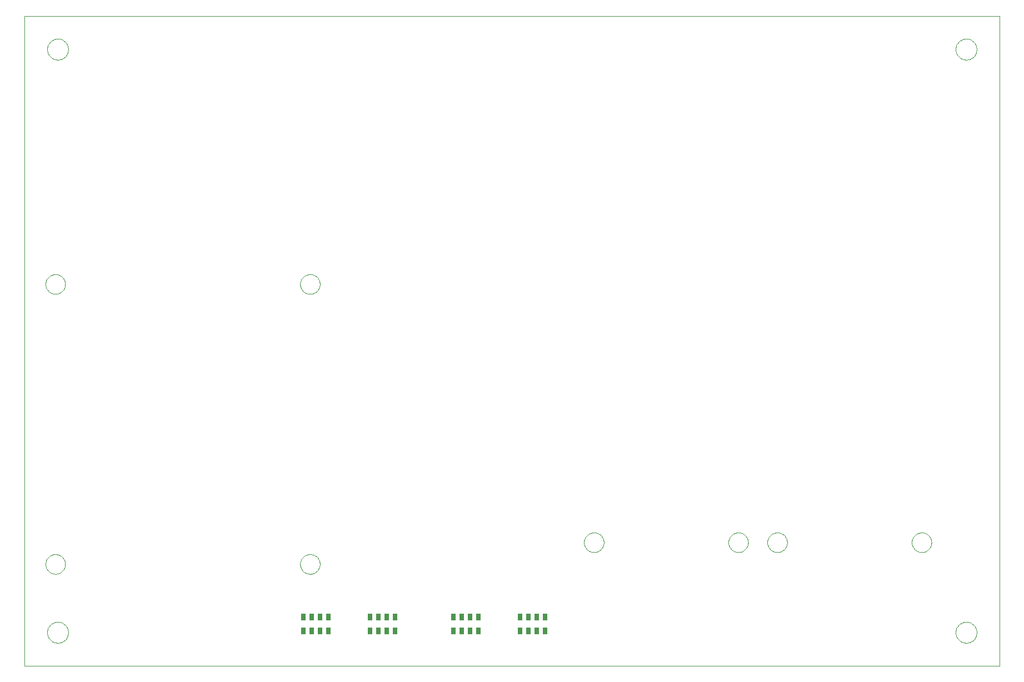
<source format=gbp>
G75*
G70*
%OFA0B0*%
%FSLAX24Y24*%
%IPPOS*%
%LPD*%
%AMOC8*
5,1,8,0,0,1.08239X$1,22.5*
%
%ADD10C,0.0000*%
%ADD11R,0.0295X0.0433*%
D10*
X000655Y001159D02*
X000655Y040159D01*
X059155Y040159D01*
X059155Y001159D01*
X000655Y001159D01*
X002025Y003159D02*
X002027Y003209D01*
X002033Y003259D01*
X002043Y003308D01*
X002057Y003356D01*
X002074Y003403D01*
X002095Y003448D01*
X002120Y003492D01*
X002148Y003533D01*
X002180Y003572D01*
X002214Y003609D01*
X002251Y003643D01*
X002291Y003673D01*
X002333Y003700D01*
X002377Y003724D01*
X002423Y003745D01*
X002470Y003761D01*
X002518Y003774D01*
X002568Y003783D01*
X002617Y003788D01*
X002668Y003789D01*
X002718Y003786D01*
X002767Y003779D01*
X002816Y003768D01*
X002864Y003753D01*
X002910Y003735D01*
X002955Y003713D01*
X002998Y003687D01*
X003039Y003658D01*
X003078Y003626D01*
X003114Y003591D01*
X003146Y003553D01*
X003176Y003513D01*
X003203Y003470D01*
X003226Y003426D01*
X003245Y003380D01*
X003261Y003332D01*
X003273Y003283D01*
X003281Y003234D01*
X003285Y003184D01*
X003285Y003134D01*
X003281Y003084D01*
X003273Y003035D01*
X003261Y002986D01*
X003245Y002938D01*
X003226Y002892D01*
X003203Y002848D01*
X003176Y002805D01*
X003146Y002765D01*
X003114Y002727D01*
X003078Y002692D01*
X003039Y002660D01*
X002998Y002631D01*
X002955Y002605D01*
X002910Y002583D01*
X002864Y002565D01*
X002816Y002550D01*
X002767Y002539D01*
X002718Y002532D01*
X002668Y002529D01*
X002617Y002530D01*
X002568Y002535D01*
X002518Y002544D01*
X002470Y002557D01*
X002423Y002573D01*
X002377Y002594D01*
X002333Y002618D01*
X002291Y002645D01*
X002251Y002675D01*
X002214Y002709D01*
X002180Y002746D01*
X002148Y002785D01*
X002120Y002826D01*
X002095Y002870D01*
X002074Y002915D01*
X002057Y002962D01*
X002043Y003010D01*
X002033Y003059D01*
X002027Y003109D01*
X002025Y003159D01*
X001926Y007257D02*
X001928Y007305D01*
X001934Y007353D01*
X001944Y007400D01*
X001957Y007446D01*
X001975Y007491D01*
X001995Y007535D01*
X002020Y007577D01*
X002048Y007616D01*
X002078Y007653D01*
X002112Y007687D01*
X002149Y007719D01*
X002187Y007748D01*
X002228Y007773D01*
X002271Y007795D01*
X002316Y007813D01*
X002362Y007827D01*
X002409Y007838D01*
X002457Y007845D01*
X002505Y007848D01*
X002553Y007847D01*
X002601Y007842D01*
X002649Y007833D01*
X002695Y007821D01*
X002740Y007804D01*
X002784Y007784D01*
X002826Y007761D01*
X002866Y007734D01*
X002904Y007704D01*
X002939Y007671D01*
X002971Y007635D01*
X003001Y007597D01*
X003027Y007556D01*
X003049Y007513D01*
X003069Y007469D01*
X003084Y007424D01*
X003096Y007377D01*
X003104Y007329D01*
X003108Y007281D01*
X003108Y007233D01*
X003104Y007185D01*
X003096Y007137D01*
X003084Y007090D01*
X003069Y007045D01*
X003049Y007001D01*
X003027Y006958D01*
X003001Y006917D01*
X002971Y006879D01*
X002939Y006843D01*
X002904Y006810D01*
X002866Y006780D01*
X002826Y006753D01*
X002784Y006730D01*
X002740Y006710D01*
X002695Y006693D01*
X002649Y006681D01*
X002601Y006672D01*
X002553Y006667D01*
X002505Y006666D01*
X002457Y006669D01*
X002409Y006676D01*
X002362Y006687D01*
X002316Y006701D01*
X002271Y006719D01*
X002228Y006741D01*
X002187Y006766D01*
X002149Y006795D01*
X002112Y006827D01*
X002078Y006861D01*
X002048Y006898D01*
X002020Y006937D01*
X001995Y006979D01*
X001975Y007023D01*
X001957Y007068D01*
X001944Y007114D01*
X001934Y007161D01*
X001928Y007209D01*
X001926Y007257D01*
X017202Y007257D02*
X017204Y007305D01*
X017210Y007353D01*
X017220Y007400D01*
X017233Y007446D01*
X017251Y007491D01*
X017271Y007535D01*
X017296Y007577D01*
X017324Y007616D01*
X017354Y007653D01*
X017388Y007687D01*
X017425Y007719D01*
X017463Y007748D01*
X017504Y007773D01*
X017547Y007795D01*
X017592Y007813D01*
X017638Y007827D01*
X017685Y007838D01*
X017733Y007845D01*
X017781Y007848D01*
X017829Y007847D01*
X017877Y007842D01*
X017925Y007833D01*
X017971Y007821D01*
X018016Y007804D01*
X018060Y007784D01*
X018102Y007761D01*
X018142Y007734D01*
X018180Y007704D01*
X018215Y007671D01*
X018247Y007635D01*
X018277Y007597D01*
X018303Y007556D01*
X018325Y007513D01*
X018345Y007469D01*
X018360Y007424D01*
X018372Y007377D01*
X018380Y007329D01*
X018384Y007281D01*
X018384Y007233D01*
X018380Y007185D01*
X018372Y007137D01*
X018360Y007090D01*
X018345Y007045D01*
X018325Y007001D01*
X018303Y006958D01*
X018277Y006917D01*
X018247Y006879D01*
X018215Y006843D01*
X018180Y006810D01*
X018142Y006780D01*
X018102Y006753D01*
X018060Y006730D01*
X018016Y006710D01*
X017971Y006693D01*
X017925Y006681D01*
X017877Y006672D01*
X017829Y006667D01*
X017781Y006666D01*
X017733Y006669D01*
X017685Y006676D01*
X017638Y006687D01*
X017592Y006701D01*
X017547Y006719D01*
X017504Y006741D01*
X017463Y006766D01*
X017425Y006795D01*
X017388Y006827D01*
X017354Y006861D01*
X017324Y006898D01*
X017296Y006937D01*
X017271Y006979D01*
X017251Y007023D01*
X017233Y007068D01*
X017220Y007114D01*
X017210Y007161D01*
X017204Y007209D01*
X017202Y007257D01*
X034233Y008561D02*
X034235Y008609D01*
X034241Y008657D01*
X034251Y008704D01*
X034264Y008750D01*
X034282Y008795D01*
X034302Y008839D01*
X034327Y008881D01*
X034355Y008920D01*
X034385Y008957D01*
X034419Y008991D01*
X034456Y009023D01*
X034494Y009052D01*
X034535Y009077D01*
X034578Y009099D01*
X034623Y009117D01*
X034669Y009131D01*
X034716Y009142D01*
X034764Y009149D01*
X034812Y009152D01*
X034860Y009151D01*
X034908Y009146D01*
X034956Y009137D01*
X035002Y009125D01*
X035047Y009108D01*
X035091Y009088D01*
X035133Y009065D01*
X035173Y009038D01*
X035211Y009008D01*
X035246Y008975D01*
X035278Y008939D01*
X035308Y008901D01*
X035334Y008860D01*
X035356Y008817D01*
X035376Y008773D01*
X035391Y008728D01*
X035403Y008681D01*
X035411Y008633D01*
X035415Y008585D01*
X035415Y008537D01*
X035411Y008489D01*
X035403Y008441D01*
X035391Y008394D01*
X035376Y008349D01*
X035356Y008305D01*
X035334Y008262D01*
X035308Y008221D01*
X035278Y008183D01*
X035246Y008147D01*
X035211Y008114D01*
X035173Y008084D01*
X035133Y008057D01*
X035091Y008034D01*
X035047Y008014D01*
X035002Y007997D01*
X034956Y007985D01*
X034908Y007976D01*
X034860Y007971D01*
X034812Y007970D01*
X034764Y007973D01*
X034716Y007980D01*
X034669Y007991D01*
X034623Y008005D01*
X034578Y008023D01*
X034535Y008045D01*
X034494Y008070D01*
X034456Y008099D01*
X034419Y008131D01*
X034385Y008165D01*
X034355Y008202D01*
X034327Y008241D01*
X034302Y008283D01*
X034282Y008327D01*
X034264Y008372D01*
X034251Y008418D01*
X034241Y008465D01*
X034235Y008513D01*
X034233Y008561D01*
X042895Y008561D02*
X042897Y008609D01*
X042903Y008657D01*
X042913Y008704D01*
X042926Y008750D01*
X042944Y008795D01*
X042964Y008839D01*
X042989Y008881D01*
X043017Y008920D01*
X043047Y008957D01*
X043081Y008991D01*
X043118Y009023D01*
X043156Y009052D01*
X043197Y009077D01*
X043240Y009099D01*
X043285Y009117D01*
X043331Y009131D01*
X043378Y009142D01*
X043426Y009149D01*
X043474Y009152D01*
X043522Y009151D01*
X043570Y009146D01*
X043618Y009137D01*
X043664Y009125D01*
X043709Y009108D01*
X043753Y009088D01*
X043795Y009065D01*
X043835Y009038D01*
X043873Y009008D01*
X043908Y008975D01*
X043940Y008939D01*
X043970Y008901D01*
X043996Y008860D01*
X044018Y008817D01*
X044038Y008773D01*
X044053Y008728D01*
X044065Y008681D01*
X044073Y008633D01*
X044077Y008585D01*
X044077Y008537D01*
X044073Y008489D01*
X044065Y008441D01*
X044053Y008394D01*
X044038Y008349D01*
X044018Y008305D01*
X043996Y008262D01*
X043970Y008221D01*
X043940Y008183D01*
X043908Y008147D01*
X043873Y008114D01*
X043835Y008084D01*
X043795Y008057D01*
X043753Y008034D01*
X043709Y008014D01*
X043664Y007997D01*
X043618Y007985D01*
X043570Y007976D01*
X043522Y007971D01*
X043474Y007970D01*
X043426Y007973D01*
X043378Y007980D01*
X043331Y007991D01*
X043285Y008005D01*
X043240Y008023D01*
X043197Y008045D01*
X043156Y008070D01*
X043118Y008099D01*
X043081Y008131D01*
X043047Y008165D01*
X043017Y008202D01*
X042989Y008241D01*
X042964Y008283D01*
X042944Y008327D01*
X042926Y008372D01*
X042913Y008418D01*
X042903Y008465D01*
X042897Y008513D01*
X042895Y008561D01*
X045233Y008561D02*
X045235Y008609D01*
X045241Y008657D01*
X045251Y008704D01*
X045264Y008750D01*
X045282Y008795D01*
X045302Y008839D01*
X045327Y008881D01*
X045355Y008920D01*
X045385Y008957D01*
X045419Y008991D01*
X045456Y009023D01*
X045494Y009052D01*
X045535Y009077D01*
X045578Y009099D01*
X045623Y009117D01*
X045669Y009131D01*
X045716Y009142D01*
X045764Y009149D01*
X045812Y009152D01*
X045860Y009151D01*
X045908Y009146D01*
X045956Y009137D01*
X046002Y009125D01*
X046047Y009108D01*
X046091Y009088D01*
X046133Y009065D01*
X046173Y009038D01*
X046211Y009008D01*
X046246Y008975D01*
X046278Y008939D01*
X046308Y008901D01*
X046334Y008860D01*
X046356Y008817D01*
X046376Y008773D01*
X046391Y008728D01*
X046403Y008681D01*
X046411Y008633D01*
X046415Y008585D01*
X046415Y008537D01*
X046411Y008489D01*
X046403Y008441D01*
X046391Y008394D01*
X046376Y008349D01*
X046356Y008305D01*
X046334Y008262D01*
X046308Y008221D01*
X046278Y008183D01*
X046246Y008147D01*
X046211Y008114D01*
X046173Y008084D01*
X046133Y008057D01*
X046091Y008034D01*
X046047Y008014D01*
X046002Y007997D01*
X045956Y007985D01*
X045908Y007976D01*
X045860Y007971D01*
X045812Y007970D01*
X045764Y007973D01*
X045716Y007980D01*
X045669Y007991D01*
X045623Y008005D01*
X045578Y008023D01*
X045535Y008045D01*
X045494Y008070D01*
X045456Y008099D01*
X045419Y008131D01*
X045385Y008165D01*
X045355Y008202D01*
X045327Y008241D01*
X045302Y008283D01*
X045282Y008327D01*
X045264Y008372D01*
X045251Y008418D01*
X045241Y008465D01*
X045235Y008513D01*
X045233Y008561D01*
X053895Y008561D02*
X053897Y008609D01*
X053903Y008657D01*
X053913Y008704D01*
X053926Y008750D01*
X053944Y008795D01*
X053964Y008839D01*
X053989Y008881D01*
X054017Y008920D01*
X054047Y008957D01*
X054081Y008991D01*
X054118Y009023D01*
X054156Y009052D01*
X054197Y009077D01*
X054240Y009099D01*
X054285Y009117D01*
X054331Y009131D01*
X054378Y009142D01*
X054426Y009149D01*
X054474Y009152D01*
X054522Y009151D01*
X054570Y009146D01*
X054618Y009137D01*
X054664Y009125D01*
X054709Y009108D01*
X054753Y009088D01*
X054795Y009065D01*
X054835Y009038D01*
X054873Y009008D01*
X054908Y008975D01*
X054940Y008939D01*
X054970Y008901D01*
X054996Y008860D01*
X055018Y008817D01*
X055038Y008773D01*
X055053Y008728D01*
X055065Y008681D01*
X055073Y008633D01*
X055077Y008585D01*
X055077Y008537D01*
X055073Y008489D01*
X055065Y008441D01*
X055053Y008394D01*
X055038Y008349D01*
X055018Y008305D01*
X054996Y008262D01*
X054970Y008221D01*
X054940Y008183D01*
X054908Y008147D01*
X054873Y008114D01*
X054835Y008084D01*
X054795Y008057D01*
X054753Y008034D01*
X054709Y008014D01*
X054664Y007997D01*
X054618Y007985D01*
X054570Y007976D01*
X054522Y007971D01*
X054474Y007970D01*
X054426Y007973D01*
X054378Y007980D01*
X054331Y007991D01*
X054285Y008005D01*
X054240Y008023D01*
X054197Y008045D01*
X054156Y008070D01*
X054118Y008099D01*
X054081Y008131D01*
X054047Y008165D01*
X054017Y008202D01*
X053989Y008241D01*
X053964Y008283D01*
X053944Y008327D01*
X053926Y008372D01*
X053913Y008418D01*
X053903Y008465D01*
X053897Y008513D01*
X053895Y008561D01*
X056525Y003159D02*
X056527Y003209D01*
X056533Y003259D01*
X056543Y003308D01*
X056557Y003356D01*
X056574Y003403D01*
X056595Y003448D01*
X056620Y003492D01*
X056648Y003533D01*
X056680Y003572D01*
X056714Y003609D01*
X056751Y003643D01*
X056791Y003673D01*
X056833Y003700D01*
X056877Y003724D01*
X056923Y003745D01*
X056970Y003761D01*
X057018Y003774D01*
X057068Y003783D01*
X057117Y003788D01*
X057168Y003789D01*
X057218Y003786D01*
X057267Y003779D01*
X057316Y003768D01*
X057364Y003753D01*
X057410Y003735D01*
X057455Y003713D01*
X057498Y003687D01*
X057539Y003658D01*
X057578Y003626D01*
X057614Y003591D01*
X057646Y003553D01*
X057676Y003513D01*
X057703Y003470D01*
X057726Y003426D01*
X057745Y003380D01*
X057761Y003332D01*
X057773Y003283D01*
X057781Y003234D01*
X057785Y003184D01*
X057785Y003134D01*
X057781Y003084D01*
X057773Y003035D01*
X057761Y002986D01*
X057745Y002938D01*
X057726Y002892D01*
X057703Y002848D01*
X057676Y002805D01*
X057646Y002765D01*
X057614Y002727D01*
X057578Y002692D01*
X057539Y002660D01*
X057498Y002631D01*
X057455Y002605D01*
X057410Y002583D01*
X057364Y002565D01*
X057316Y002550D01*
X057267Y002539D01*
X057218Y002532D01*
X057168Y002529D01*
X057117Y002530D01*
X057068Y002535D01*
X057018Y002544D01*
X056970Y002557D01*
X056923Y002573D01*
X056877Y002594D01*
X056833Y002618D01*
X056791Y002645D01*
X056751Y002675D01*
X056714Y002709D01*
X056680Y002746D01*
X056648Y002785D01*
X056620Y002826D01*
X056595Y002870D01*
X056574Y002915D01*
X056557Y002962D01*
X056543Y003010D01*
X056533Y003059D01*
X056527Y003109D01*
X056525Y003159D01*
X017202Y024061D02*
X017204Y024109D01*
X017210Y024157D01*
X017220Y024204D01*
X017233Y024250D01*
X017251Y024295D01*
X017271Y024339D01*
X017296Y024381D01*
X017324Y024420D01*
X017354Y024457D01*
X017388Y024491D01*
X017425Y024523D01*
X017463Y024552D01*
X017504Y024577D01*
X017547Y024599D01*
X017592Y024617D01*
X017638Y024631D01*
X017685Y024642D01*
X017733Y024649D01*
X017781Y024652D01*
X017829Y024651D01*
X017877Y024646D01*
X017925Y024637D01*
X017971Y024625D01*
X018016Y024608D01*
X018060Y024588D01*
X018102Y024565D01*
X018142Y024538D01*
X018180Y024508D01*
X018215Y024475D01*
X018247Y024439D01*
X018277Y024401D01*
X018303Y024360D01*
X018325Y024317D01*
X018345Y024273D01*
X018360Y024228D01*
X018372Y024181D01*
X018380Y024133D01*
X018384Y024085D01*
X018384Y024037D01*
X018380Y023989D01*
X018372Y023941D01*
X018360Y023894D01*
X018345Y023849D01*
X018325Y023805D01*
X018303Y023762D01*
X018277Y023721D01*
X018247Y023683D01*
X018215Y023647D01*
X018180Y023614D01*
X018142Y023584D01*
X018102Y023557D01*
X018060Y023534D01*
X018016Y023514D01*
X017971Y023497D01*
X017925Y023485D01*
X017877Y023476D01*
X017829Y023471D01*
X017781Y023470D01*
X017733Y023473D01*
X017685Y023480D01*
X017638Y023491D01*
X017592Y023505D01*
X017547Y023523D01*
X017504Y023545D01*
X017463Y023570D01*
X017425Y023599D01*
X017388Y023631D01*
X017354Y023665D01*
X017324Y023702D01*
X017296Y023741D01*
X017271Y023783D01*
X017251Y023827D01*
X017233Y023872D01*
X017220Y023918D01*
X017210Y023965D01*
X017204Y024013D01*
X017202Y024061D01*
X001926Y024061D02*
X001928Y024109D01*
X001934Y024157D01*
X001944Y024204D01*
X001957Y024250D01*
X001975Y024295D01*
X001995Y024339D01*
X002020Y024381D01*
X002048Y024420D01*
X002078Y024457D01*
X002112Y024491D01*
X002149Y024523D01*
X002187Y024552D01*
X002228Y024577D01*
X002271Y024599D01*
X002316Y024617D01*
X002362Y024631D01*
X002409Y024642D01*
X002457Y024649D01*
X002505Y024652D01*
X002553Y024651D01*
X002601Y024646D01*
X002649Y024637D01*
X002695Y024625D01*
X002740Y024608D01*
X002784Y024588D01*
X002826Y024565D01*
X002866Y024538D01*
X002904Y024508D01*
X002939Y024475D01*
X002971Y024439D01*
X003001Y024401D01*
X003027Y024360D01*
X003049Y024317D01*
X003069Y024273D01*
X003084Y024228D01*
X003096Y024181D01*
X003104Y024133D01*
X003108Y024085D01*
X003108Y024037D01*
X003104Y023989D01*
X003096Y023941D01*
X003084Y023894D01*
X003069Y023849D01*
X003049Y023805D01*
X003027Y023762D01*
X003001Y023721D01*
X002971Y023683D01*
X002939Y023647D01*
X002904Y023614D01*
X002866Y023584D01*
X002826Y023557D01*
X002784Y023534D01*
X002740Y023514D01*
X002695Y023497D01*
X002649Y023485D01*
X002601Y023476D01*
X002553Y023471D01*
X002505Y023470D01*
X002457Y023473D01*
X002409Y023480D01*
X002362Y023491D01*
X002316Y023505D01*
X002271Y023523D01*
X002228Y023545D01*
X002187Y023570D01*
X002149Y023599D01*
X002112Y023631D01*
X002078Y023665D01*
X002048Y023702D01*
X002020Y023741D01*
X001995Y023783D01*
X001975Y023827D01*
X001957Y023872D01*
X001944Y023918D01*
X001934Y023965D01*
X001928Y024013D01*
X001926Y024061D01*
X002025Y038159D02*
X002027Y038209D01*
X002033Y038259D01*
X002043Y038308D01*
X002057Y038356D01*
X002074Y038403D01*
X002095Y038448D01*
X002120Y038492D01*
X002148Y038533D01*
X002180Y038572D01*
X002214Y038609D01*
X002251Y038643D01*
X002291Y038673D01*
X002333Y038700D01*
X002377Y038724D01*
X002423Y038745D01*
X002470Y038761D01*
X002518Y038774D01*
X002568Y038783D01*
X002617Y038788D01*
X002668Y038789D01*
X002718Y038786D01*
X002767Y038779D01*
X002816Y038768D01*
X002864Y038753D01*
X002910Y038735D01*
X002955Y038713D01*
X002998Y038687D01*
X003039Y038658D01*
X003078Y038626D01*
X003114Y038591D01*
X003146Y038553D01*
X003176Y038513D01*
X003203Y038470D01*
X003226Y038426D01*
X003245Y038380D01*
X003261Y038332D01*
X003273Y038283D01*
X003281Y038234D01*
X003285Y038184D01*
X003285Y038134D01*
X003281Y038084D01*
X003273Y038035D01*
X003261Y037986D01*
X003245Y037938D01*
X003226Y037892D01*
X003203Y037848D01*
X003176Y037805D01*
X003146Y037765D01*
X003114Y037727D01*
X003078Y037692D01*
X003039Y037660D01*
X002998Y037631D01*
X002955Y037605D01*
X002910Y037583D01*
X002864Y037565D01*
X002816Y037550D01*
X002767Y037539D01*
X002718Y037532D01*
X002668Y037529D01*
X002617Y037530D01*
X002568Y037535D01*
X002518Y037544D01*
X002470Y037557D01*
X002423Y037573D01*
X002377Y037594D01*
X002333Y037618D01*
X002291Y037645D01*
X002251Y037675D01*
X002214Y037709D01*
X002180Y037746D01*
X002148Y037785D01*
X002120Y037826D01*
X002095Y037870D01*
X002074Y037915D01*
X002057Y037962D01*
X002043Y038010D01*
X002033Y038059D01*
X002027Y038109D01*
X002025Y038159D01*
X056525Y038159D02*
X056527Y038209D01*
X056533Y038259D01*
X056543Y038308D01*
X056557Y038356D01*
X056574Y038403D01*
X056595Y038448D01*
X056620Y038492D01*
X056648Y038533D01*
X056680Y038572D01*
X056714Y038609D01*
X056751Y038643D01*
X056791Y038673D01*
X056833Y038700D01*
X056877Y038724D01*
X056923Y038745D01*
X056970Y038761D01*
X057018Y038774D01*
X057068Y038783D01*
X057117Y038788D01*
X057168Y038789D01*
X057218Y038786D01*
X057267Y038779D01*
X057316Y038768D01*
X057364Y038753D01*
X057410Y038735D01*
X057455Y038713D01*
X057498Y038687D01*
X057539Y038658D01*
X057578Y038626D01*
X057614Y038591D01*
X057646Y038553D01*
X057676Y038513D01*
X057703Y038470D01*
X057726Y038426D01*
X057745Y038380D01*
X057761Y038332D01*
X057773Y038283D01*
X057781Y038234D01*
X057785Y038184D01*
X057785Y038134D01*
X057781Y038084D01*
X057773Y038035D01*
X057761Y037986D01*
X057745Y037938D01*
X057726Y037892D01*
X057703Y037848D01*
X057676Y037805D01*
X057646Y037765D01*
X057614Y037727D01*
X057578Y037692D01*
X057539Y037660D01*
X057498Y037631D01*
X057455Y037605D01*
X057410Y037583D01*
X057364Y037565D01*
X057316Y037550D01*
X057267Y037539D01*
X057218Y037532D01*
X057168Y037529D01*
X057117Y037530D01*
X057068Y037535D01*
X057018Y037544D01*
X056970Y037557D01*
X056923Y037573D01*
X056877Y037594D01*
X056833Y037618D01*
X056791Y037645D01*
X056751Y037675D01*
X056714Y037709D01*
X056680Y037746D01*
X056648Y037785D01*
X056620Y037826D01*
X056595Y037870D01*
X056574Y037915D01*
X056557Y037962D01*
X056543Y038010D01*
X056533Y038059D01*
X056527Y038109D01*
X056525Y038159D01*
D11*
X031905Y004080D03*
X031405Y004080D03*
X030905Y004080D03*
X030405Y004080D03*
X030405Y003238D03*
X030905Y003238D03*
X031405Y003238D03*
X031905Y003238D03*
X027905Y003238D03*
X027405Y003238D03*
X026905Y003238D03*
X026405Y003238D03*
X026405Y004080D03*
X026905Y004080D03*
X027405Y004080D03*
X027905Y004080D03*
X022905Y004080D03*
X022405Y004080D03*
X021905Y004080D03*
X021405Y004080D03*
X021405Y003238D03*
X021905Y003238D03*
X022405Y003238D03*
X022905Y003238D03*
X018905Y003238D03*
X018405Y003238D03*
X017905Y003238D03*
X017405Y003238D03*
X017405Y004080D03*
X017905Y004080D03*
X018405Y004080D03*
X018905Y004080D03*
M02*

</source>
